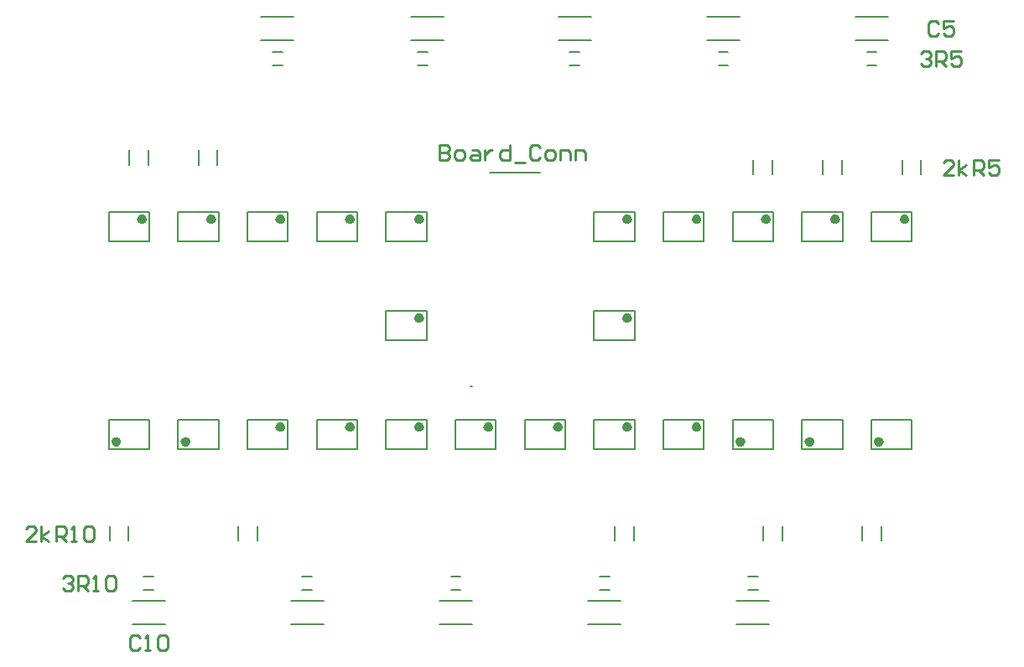
<source format=gto>
G04*
G04 #@! TF.GenerationSoftware,Altium Limited,Altium Designer,20.2.6 (244)*
G04*
G04 Layer_Color=65535*
%FSLAX25Y25*%
%MOIN*%
G70*
G04*
G04 #@! TF.SameCoordinates,70978490-7E89-439C-AABC-52AAB5A27C99*
G04*
G04*
G04 #@! TF.FilePolarity,Positive*
G04*
G01*
G75*
%ADD10C,0.00787*%
%ADD11C,0.01968*%
%ADD12C,0.01000*%
D10*
X313681Y235728D02*
X312894D01*
X313681D01*
X320709Y320590D02*
X340709D01*
X491929Y319882D02*
Y325787D01*
X484449Y319882D02*
Y325787D01*
X184843Y323819D02*
Y329724D01*
X177362Y323819D02*
Y329724D01*
X212402Y323819D02*
Y329724D01*
X204921Y323819D02*
Y329724D01*
X432874Y319882D02*
Y325787D01*
X425394Y319882D02*
Y325787D01*
X460433Y319882D02*
Y325787D01*
X452953Y319882D02*
Y325787D01*
X468701Y174213D02*
Y180118D01*
X476181Y174213D02*
Y180118D01*
X169488Y174213D02*
Y180118D01*
X176969Y174213D02*
Y180118D01*
X220669Y174213D02*
Y180118D01*
X228150Y174213D02*
Y180118D01*
X370276Y174213D02*
Y180118D01*
X377756Y174213D02*
Y180118D01*
X429331Y174213D02*
Y180118D01*
X436811Y174213D02*
Y180118D01*
X183071Y154823D02*
X187008D01*
X183071Y160138D02*
X187008D01*
X178531Y150308D02*
X191548D01*
X178531Y141031D02*
X191548D01*
X418689Y150308D02*
X431705D01*
X418689Y141031D02*
X431705D01*
X423228Y154823D02*
X427165D01*
X423228Y160138D02*
X427165D01*
X470472Y363484D02*
X474409D01*
X470472Y368799D02*
X474409D01*
X465933Y382591D02*
X478949D01*
X465933Y373315D02*
X478949D01*
X229712Y382591D02*
X242729D01*
X229712Y373315D02*
X242729D01*
X234252Y363484D02*
X238189D01*
X234252Y368799D02*
X238189D01*
X359633Y141031D02*
X372650D01*
X359633Y150308D02*
X372650D01*
X364173Y160138D02*
X368110D01*
X364173Y154823D02*
X368110D01*
X300578Y141031D02*
X313595D01*
X300578Y150308D02*
X313595D01*
X305118Y160138D02*
X309055D01*
X305118Y154823D02*
X309055D01*
X241523Y141031D02*
X254540D01*
X241523Y150308D02*
X254540D01*
X246063Y160138D02*
X250000D01*
X246063Y154823D02*
X250000D01*
X411417Y368799D02*
X415354D01*
X411417Y363484D02*
X415354D01*
X406878Y373315D02*
X419894D01*
X406878Y382591D02*
X419894D01*
X352362Y368799D02*
X356299D01*
X352362Y363484D02*
X356299D01*
X347822Y373315D02*
X360839D01*
X347822Y382591D02*
X360839D01*
X292028Y368799D02*
X295965D01*
X292028Y363484D02*
X295965D01*
X289158Y373315D02*
X302174D01*
X289158Y382591D02*
X302174D01*
X185215Y293307D02*
Y305118D01*
X169116Y293307D02*
X185215D01*
X169116D02*
Y305118D01*
X185215D01*
X417148D02*
X433246D01*
X417148Y293307D02*
Y305118D01*
Y293307D02*
X433246D01*
Y305118D01*
X444707D02*
X460805D01*
X444707Y293307D02*
Y305118D01*
Y293307D02*
X460805D01*
Y305118D01*
X472266D02*
X488364D01*
X472266Y293307D02*
Y305118D01*
Y293307D02*
X488364D01*
Y305118D01*
X389589Y222441D02*
X405687D01*
X389589Y210630D02*
Y222441D01*
Y210630D02*
X405687D01*
Y222441D01*
X306911D02*
X323010D01*
X306911Y210630D02*
Y222441D01*
Y210630D02*
X323010D01*
Y222441D01*
X362030Y265748D02*
X378128D01*
X362030Y253937D02*
Y265748D01*
Y253937D02*
X378128D01*
Y265748D01*
X362030Y305118D02*
X378128D01*
X362030Y293307D02*
Y305118D01*
Y293307D02*
X378128D01*
Y305118D01*
X389589D02*
X405687D01*
X389589Y293307D02*
Y305118D01*
Y293307D02*
X405687D01*
Y305118D01*
X472266Y210630D02*
X488364D01*
Y222441D01*
X472266D02*
X488364D01*
X472266Y210630D02*
Y222441D01*
X444707Y210630D02*
X460805D01*
Y222441D01*
X444707D02*
X460805D01*
X444707Y210630D02*
Y222441D01*
X417148Y210630D02*
X433246D01*
Y222441D01*
X417148D02*
X433246D01*
X417148Y210630D02*
Y222441D01*
X196675Y210630D02*
X212774D01*
Y222441D01*
X196675D02*
X212774D01*
X196675Y210630D02*
Y222441D01*
X169116Y210630D02*
X185215D01*
Y222441D01*
X169116D02*
X185215D01*
X169116Y210630D02*
Y222441D01*
X251793Y305118D02*
X267892D01*
X251793Y293307D02*
Y305118D01*
Y293307D02*
X267892D01*
Y305118D01*
X362030Y222441D02*
X378128D01*
X362030Y210630D02*
Y222441D01*
Y210630D02*
X378128D01*
Y222441D01*
X334471D02*
X350569D01*
X334471Y210630D02*
Y222441D01*
Y210630D02*
X350569D01*
Y222441D01*
X279352Y305118D02*
X295451D01*
X279352Y293307D02*
Y305118D01*
Y293307D02*
X295451D01*
Y305118D01*
X279352Y265748D02*
X295451D01*
X279352Y253937D02*
Y265748D01*
Y253937D02*
X295451D01*
Y265748D01*
X224234Y222441D02*
X240333D01*
X224234Y210630D02*
Y222441D01*
Y210630D02*
X240333D01*
Y222441D01*
X251793D02*
X267892D01*
X251793Y210630D02*
Y222441D01*
Y210630D02*
X267892D01*
Y222441D01*
X279352D02*
X295451D01*
X279352Y210630D02*
Y222441D01*
Y210630D02*
X295451D01*
Y222441D01*
X240333Y293307D02*
Y305118D01*
X224234Y293307D02*
X240333D01*
X224234D02*
Y305118D01*
X240333D01*
X212774Y293307D02*
Y305118D01*
X196675Y293307D02*
X212774D01*
X196675D02*
Y305118D01*
X212774D01*
D11*
X486396Y302148D02*
X485904Y303001D01*
X484919D01*
X484427Y302148D01*
X484919Y301296D01*
X485904D01*
X486396Y302148D01*
X458837D02*
X458345Y303001D01*
X457360D01*
X456868Y302148D01*
X457360Y301296D01*
X458345D01*
X458837Y302148D01*
X431278D02*
X430785Y303001D01*
X429801D01*
X429309Y302148D01*
X429801Y301296D01*
X430785D01*
X431278Y302148D01*
X403719D02*
X403226Y303001D01*
X402242D01*
X401750Y302148D01*
X402242Y301296D01*
X403226D01*
X403719Y302148D01*
X376160D02*
X375667Y303001D01*
X374683D01*
X374191Y302148D01*
X374683Y301296D01*
X375667D01*
X376160Y302148D01*
X293482D02*
X292990Y303001D01*
X292006D01*
X291514Y302148D01*
X292006Y301296D01*
X292990D01*
X293482Y302148D01*
X265923D02*
X265431Y303001D01*
X264447D01*
X263955Y302148D01*
X264447Y301296D01*
X265431D01*
X265923Y302148D01*
X238364D02*
X237872Y303001D01*
X236888D01*
X236396Y302148D01*
X236888Y301296D01*
X237872D01*
X238364Y302148D01*
X210805D02*
X210313Y303001D01*
X209329D01*
X208837Y302148D01*
X209329Y301296D01*
X210313D01*
X210805Y302148D01*
X183246D02*
X182754Y303001D01*
X181770D01*
X181278Y302148D01*
X181770Y301296D01*
X182754D01*
X183246Y302148D01*
X376160Y262778D02*
X375667Y263631D01*
X374683D01*
X374191Y262778D01*
X374683Y261926D01*
X375667D01*
X376160Y262778D01*
X293482D02*
X292990Y263631D01*
X292006D01*
X291514Y262778D01*
X292006Y261926D01*
X292990D01*
X293482Y262778D01*
X476203Y213600D02*
X475711Y214452D01*
X474726D01*
X474234Y213600D01*
X474726Y212747D01*
X475711D01*
X476203Y213600D01*
X448644D02*
X448152Y214452D01*
X447167D01*
X446675Y213600D01*
X447167Y212747D01*
X448152D01*
X448644Y213600D01*
X421085D02*
X420592Y214452D01*
X419608D01*
X419116Y213600D01*
X419608Y212747D01*
X420592D01*
X421085Y213600D01*
X200612D02*
X200120Y214452D01*
X199136D01*
X198644Y213600D01*
X199136Y212747D01*
X200120D01*
X200612Y213600D01*
X173053D02*
X172561Y214452D01*
X171577D01*
X171085Y213600D01*
X171577Y212747D01*
X172561D01*
X173053Y213600D01*
X376160Y219471D02*
X375667Y220323D01*
X374683D01*
X374191Y219471D01*
X374683Y218619D01*
X375667D01*
X376160Y219471D01*
X348600D02*
X348108Y220323D01*
X347124D01*
X346632Y219471D01*
X347124Y218619D01*
X348108D01*
X348600Y219471D01*
X238364D02*
X237872Y220323D01*
X236888D01*
X236396Y219471D01*
X236888Y218619D01*
X237872D01*
X238364Y219471D01*
X265923D02*
X265431Y220323D01*
X264447D01*
X263955Y219471D01*
X264447Y218619D01*
X265431D01*
X265923Y219471D01*
X293482D02*
X292990Y220323D01*
X292006D01*
X291514Y219471D01*
X292006Y218619D01*
X292990D01*
X293482Y219471D01*
X403719D02*
X403226Y220323D01*
X402242D01*
X401750Y219471D01*
X402242Y218619D01*
X403226D01*
X403719Y219471D01*
X321041D02*
X320549Y220323D01*
X319565D01*
X319073Y219471D01*
X319565Y218619D01*
X320549D01*
X321041Y219471D01*
D12*
X300537Y331845D02*
Y325847D01*
X303536D01*
X304536Y326847D01*
Y327847D01*
X303536Y328846D01*
X300537D01*
X303536D01*
X304536Y329846D01*
Y330846D01*
X303536Y331845D01*
X300537D01*
X307535Y325847D02*
X309534D01*
X310534Y326847D01*
Y328846D01*
X309534Y329846D01*
X307535D01*
X306535Y328846D01*
Y326847D01*
X307535Y325847D01*
X313533Y329846D02*
X315532D01*
X316532Y328846D01*
Y325847D01*
X313533D01*
X312533Y326847D01*
X313533Y327847D01*
X316532D01*
X318531Y329846D02*
Y325847D01*
Y327847D01*
X319531Y328846D01*
X320531Y329846D01*
X321530D01*
X328528Y331845D02*
Y325847D01*
X325529D01*
X324529Y326847D01*
Y328846D01*
X325529Y329846D01*
X328528D01*
X330527Y324848D02*
X334526D01*
X340524Y330846D02*
X339524Y331845D01*
X337525D01*
X336525Y330846D01*
Y326847D01*
X337525Y325847D01*
X339524D01*
X340524Y326847D01*
X343523Y325847D02*
X345522D01*
X346522Y326847D01*
Y328846D01*
X345522Y329846D01*
X343523D01*
X342523Y328846D01*
Y326847D01*
X343523Y325847D01*
X348521D02*
Y329846D01*
X351520D01*
X352520Y328846D01*
Y325847D01*
X354520D02*
Y329846D01*
X357519D01*
X358518Y328846D01*
Y325847D01*
X140109Y174166D02*
X136111D01*
X140109Y178165D01*
Y179165D01*
X139110Y180164D01*
X137110D01*
X136111Y179165D01*
X142109Y174166D02*
Y180164D01*
Y176166D02*
X145108Y178165D01*
X142109Y176166D02*
X145108Y174166D01*
X148107D02*
Y180164D01*
X151106D01*
X152105Y179165D01*
Y177165D01*
X151106Y176166D01*
X148107D01*
X150106D02*
X152105Y174166D01*
X154105D02*
X156104D01*
X155104D01*
Y180164D01*
X154105Y179165D01*
X159103D02*
X160103Y180164D01*
X162102D01*
X163102Y179165D01*
Y175166D01*
X162102Y174166D01*
X160103D01*
X159103Y175166D01*
Y179165D01*
X504813Y319836D02*
X500815D01*
X504813Y323834D01*
Y324834D01*
X503814Y325834D01*
X501814D01*
X500815Y324834D01*
X506813Y319836D02*
Y325834D01*
Y321835D02*
X509812Y323834D01*
X506813Y321835D02*
X509812Y319836D01*
X512811D02*
Y325834D01*
X515810D01*
X516809Y324834D01*
Y322835D01*
X515810Y321835D01*
X512811D01*
X514810D02*
X516809Y319836D01*
X522808Y325834D02*
X518809D01*
Y322835D01*
X520808Y323834D01*
X521808D01*
X522808Y322835D01*
Y320835D01*
X521808Y319836D01*
X519808D01*
X518809Y320835D01*
X181541Y135858D02*
X180541Y136857D01*
X178542D01*
X177542Y135858D01*
Y131859D01*
X178542Y130859D01*
X180541D01*
X181541Y131859D01*
X183540Y130859D02*
X185539D01*
X184539D01*
Y136857D01*
X183540Y135858D01*
X188538D02*
X189538Y136857D01*
X191537D01*
X192537Y135858D01*
Y131859D01*
X191537Y130859D01*
X189538D01*
X188538Y131859D01*
Y135858D01*
X499000Y379952D02*
X498001Y380952D01*
X496001D01*
X495002Y379952D01*
Y375953D01*
X496001Y374954D01*
X498001D01*
X499000Y375953D01*
X504998Y380952D02*
X501000D01*
Y377953D01*
X502999Y378952D01*
X503999D01*
X504998Y377953D01*
Y375953D01*
X503999Y374954D01*
X501999D01*
X501000Y375953D01*
X150921Y159480D02*
X151920Y160479D01*
X153920D01*
X154919Y159480D01*
Y158480D01*
X153920Y157480D01*
X152920D01*
X153920D01*
X154919Y156481D01*
Y155481D01*
X153920Y154481D01*
X151920D01*
X150921Y155481D01*
X156919Y154481D02*
Y160479D01*
X159918D01*
X160917Y159480D01*
Y157480D01*
X159918Y156481D01*
X156919D01*
X158918D02*
X160917Y154481D01*
X162917D02*
X164916D01*
X163917D01*
Y160479D01*
X162917Y159480D01*
X167915D02*
X168915Y160479D01*
X170914D01*
X171914Y159480D01*
Y155481D01*
X170914Y154481D01*
X168915D01*
X167915Y155481D01*
Y159480D01*
X492003Y368141D02*
X493002Y369141D01*
X495002D01*
X496001Y368141D01*
Y367141D01*
X495002Y366142D01*
X494002D01*
X495002D01*
X496001Y365142D01*
Y364142D01*
X495002Y363143D01*
X493002D01*
X492003Y364142D01*
X498001Y363143D02*
Y369141D01*
X501000D01*
X501999Y368141D01*
Y366142D01*
X501000Y365142D01*
X498001D01*
X500000D02*
X501999Y363143D01*
X507997Y369141D02*
X503999D01*
Y366142D01*
X505998Y367141D01*
X506998D01*
X507997Y366142D01*
Y364142D01*
X506998Y363143D01*
X504998D01*
X503999Y364142D01*
M02*

</source>
